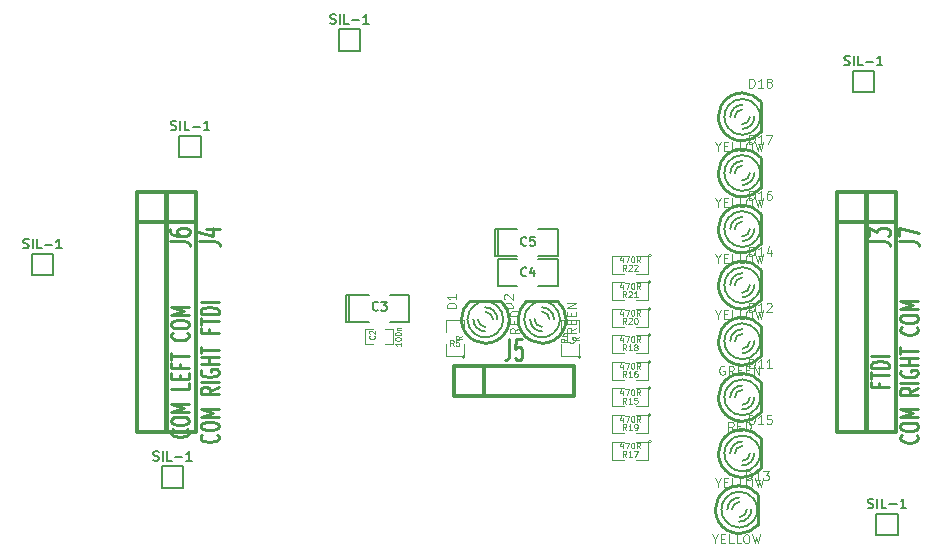
<source format=gto>
G04 (created by PCBNEW (2013-jul-07)-stable) date śro, 10 cze 2015, 22:30:10*
%MOIN*%
G04 Gerber Fmt 3.4, Leading zero omitted, Abs format*
%FSLAX34Y34*%
G01*
G70*
G90*
G04 APERTURE LIST*
%ADD10C,0.00590551*%
%ADD11C,0.005*%
%ADD12C,0.0039*%
%ADD13C,0.0047*%
%ADD14C,0.01*%
%ADD15C,0.006*%
%ADD16C,0.012*%
%ADD17C,0.0043*%
%ADD18C,0.0045*%
%ADD19C,0.0035*%
%ADD20C,0.0107*%
G04 APERTURE END LIST*
G54D10*
G54D11*
X63015Y-35612D02*
X62915Y-35612D01*
X62915Y-35612D02*
X62915Y-36512D01*
X62915Y-36512D02*
X63015Y-36512D01*
X63015Y-35612D02*
X63015Y-36512D01*
X63015Y-36512D02*
X63665Y-36512D01*
X64365Y-35612D02*
X65015Y-35612D01*
X65015Y-35612D02*
X65015Y-36512D01*
X65015Y-36512D02*
X64365Y-36512D01*
X63665Y-35612D02*
X63015Y-35612D01*
X58055Y-37817D02*
X57955Y-37817D01*
X57955Y-37817D02*
X57955Y-38717D01*
X57955Y-38717D02*
X58055Y-38717D01*
X58055Y-37817D02*
X58055Y-38717D01*
X58055Y-38717D02*
X58705Y-38717D01*
X59405Y-37817D02*
X60055Y-37817D01*
X60055Y-37817D02*
X60055Y-38717D01*
X60055Y-38717D02*
X59405Y-38717D01*
X58705Y-37817D02*
X58055Y-37817D01*
G54D12*
X68121Y-40940D02*
G75*
G03X68121Y-40940I-50J0D01*
G74*
G01*
X67621Y-40940D02*
X68021Y-40940D01*
X68021Y-40940D02*
X68021Y-41540D01*
X68021Y-41540D02*
X67621Y-41540D01*
X67221Y-41540D02*
X66821Y-41540D01*
X66821Y-41540D02*
X66821Y-40940D01*
X66821Y-40940D02*
X67221Y-40940D01*
X68121Y-36511D02*
G75*
G03X68121Y-36511I-50J0D01*
G74*
G01*
X67621Y-36511D02*
X68021Y-36511D01*
X68021Y-36511D02*
X68021Y-37111D01*
X68021Y-37111D02*
X67621Y-37111D01*
X67221Y-37111D02*
X66821Y-37111D01*
X66821Y-37111D02*
X66821Y-36511D01*
X66821Y-36511D02*
X67221Y-36511D01*
X68121Y-40054D02*
G75*
G03X68121Y-40054I-50J0D01*
G74*
G01*
X67621Y-40054D02*
X68021Y-40054D01*
X68021Y-40054D02*
X68021Y-40654D01*
X68021Y-40654D02*
X67621Y-40654D01*
X67221Y-40654D02*
X66821Y-40654D01*
X66821Y-40654D02*
X66821Y-40054D01*
X66821Y-40054D02*
X67221Y-40054D01*
X68121Y-42711D02*
G75*
G03X68121Y-42711I-50J0D01*
G74*
G01*
X67621Y-42711D02*
X68021Y-42711D01*
X68021Y-42711D02*
X68021Y-43311D01*
X68021Y-43311D02*
X67621Y-43311D01*
X67221Y-43311D02*
X66821Y-43311D01*
X66821Y-43311D02*
X66821Y-42711D01*
X66821Y-42711D02*
X67221Y-42711D01*
X68121Y-39168D02*
G75*
G03X68121Y-39168I-50J0D01*
G74*
G01*
X67621Y-39168D02*
X68021Y-39168D01*
X68021Y-39168D02*
X68021Y-39768D01*
X68021Y-39768D02*
X67621Y-39768D01*
X67221Y-39768D02*
X66821Y-39768D01*
X66821Y-39768D02*
X66821Y-39168D01*
X66821Y-39168D02*
X67221Y-39168D01*
X68121Y-41825D02*
G75*
G03X68121Y-41825I-50J0D01*
G74*
G01*
X67621Y-41825D02*
X68021Y-41825D01*
X68021Y-41825D02*
X68021Y-42425D01*
X68021Y-42425D02*
X67621Y-42425D01*
X67221Y-42425D02*
X66821Y-42425D01*
X66821Y-42425D02*
X66821Y-41825D01*
X66821Y-41825D02*
X67221Y-41825D01*
X68121Y-38282D02*
G75*
G03X68121Y-38282I-50J0D01*
G74*
G01*
X67621Y-38282D02*
X68021Y-38282D01*
X68021Y-38282D02*
X68021Y-38882D01*
X68021Y-38882D02*
X67621Y-38882D01*
X67221Y-38882D02*
X66821Y-38882D01*
X66821Y-38882D02*
X66821Y-38282D01*
X66821Y-38282D02*
X67221Y-38282D01*
X68121Y-37396D02*
G75*
G03X68121Y-37396I-50J0D01*
G74*
G01*
X67621Y-37396D02*
X68021Y-37396D01*
X68021Y-37396D02*
X68021Y-37996D01*
X68021Y-37996D02*
X67621Y-37996D01*
X67221Y-37996D02*
X66821Y-37996D01*
X66821Y-37996D02*
X66821Y-37396D01*
X66821Y-37396D02*
X67221Y-37396D01*
X61924Y-39901D02*
G75*
G03X61924Y-39901I-50J0D01*
G74*
G01*
X61874Y-39451D02*
X61874Y-39851D01*
X61874Y-39851D02*
X61274Y-39851D01*
X61274Y-39851D02*
X61274Y-39451D01*
X61274Y-39051D02*
X61274Y-38651D01*
X61274Y-38651D02*
X61874Y-38651D01*
X61874Y-38651D02*
X61874Y-39051D01*
X65783Y-39901D02*
G75*
G03X65783Y-39901I-50J0D01*
G74*
G01*
X65733Y-39451D02*
X65733Y-39851D01*
X65733Y-39851D02*
X65133Y-39851D01*
X65133Y-39851D02*
X65133Y-39451D01*
X65133Y-39051D02*
X65133Y-38651D01*
X65133Y-38651D02*
X65733Y-38651D01*
X65733Y-38651D02*
X65733Y-39051D01*
G54D13*
X58858Y-38956D02*
X58583Y-38956D01*
X59252Y-38956D02*
X59527Y-38956D01*
X58858Y-39468D02*
X58583Y-39468D01*
X59527Y-39468D02*
X59252Y-39468D01*
X58583Y-39462D02*
X58583Y-38962D01*
X59527Y-38962D02*
X59527Y-39462D01*
G54D14*
X71782Y-41740D02*
X71782Y-40740D01*
G54D15*
X70702Y-40856D02*
G75*
G03X70562Y-41240I460J-384D01*
G74*
G01*
X70563Y-41240D02*
G75*
G03X70714Y-41638I599J0D01*
G74*
G01*
X71762Y-41240D02*
G75*
G03X71618Y-40850I-599J0D01*
G74*
G01*
X71623Y-41624D02*
G75*
G03X71762Y-41240I-460J384D01*
G74*
G01*
X71650Y-40890D02*
G75*
G03X71162Y-40640I-487J-349D01*
G74*
G01*
X71162Y-40640D02*
G75*
G03X70683Y-40879I0J-600D01*
G74*
G01*
X71162Y-41839D02*
G75*
G03X71635Y-41608I0J599D01*
G74*
G01*
X70689Y-41608D02*
G75*
G03X71162Y-41840I473J368D01*
G74*
G01*
X71162Y-40990D02*
G75*
G03X70912Y-41240I0J-250D01*
G74*
G01*
X71162Y-40840D02*
G75*
G03X70762Y-41240I0J-400D01*
G74*
G01*
X71162Y-41490D02*
G75*
G03X71412Y-41240I0J250D01*
G74*
G01*
X71162Y-41640D02*
G75*
G03X71562Y-41240I0J400D01*
G74*
G01*
G54D14*
X71776Y-40726D02*
G75*
G03X71162Y-40440I-613J-513D01*
G74*
G01*
X71162Y-40441D02*
G75*
G03X70458Y-40863I0J-799D01*
G74*
G01*
X71164Y-42039D02*
G75*
G03X71773Y-41755I-1J798D01*
G74*
G01*
X70468Y-41637D02*
G75*
G03X71162Y-42040I694J397D01*
G74*
G01*
X70458Y-40860D02*
G75*
G03X70362Y-41240I704J-379D01*
G74*
G01*
X70363Y-41240D02*
G75*
G03X70481Y-41659I799J0D01*
G74*
G01*
X71782Y-39870D02*
X71782Y-38870D01*
G54D15*
X70702Y-38986D02*
G75*
G03X70562Y-39370I460J-384D01*
G74*
G01*
X70563Y-39370D02*
G75*
G03X70714Y-39767I599J0D01*
G74*
G01*
X71762Y-39370D02*
G75*
G03X71618Y-38980I-599J0D01*
G74*
G01*
X71623Y-39754D02*
G75*
G03X71762Y-39370I-460J384D01*
G74*
G01*
X71650Y-39020D02*
G75*
G03X71162Y-38770I-487J-349D01*
G74*
G01*
X71162Y-38770D02*
G75*
G03X70683Y-39009I0J-600D01*
G74*
G01*
X71162Y-39969D02*
G75*
G03X71635Y-39738I0J599D01*
G74*
G01*
X70689Y-39738D02*
G75*
G03X71162Y-39970I473J368D01*
G74*
G01*
X71162Y-39120D02*
G75*
G03X70912Y-39370I0J-250D01*
G74*
G01*
X71162Y-38970D02*
G75*
G03X70762Y-39370I0J-400D01*
G74*
G01*
X71162Y-39620D02*
G75*
G03X71412Y-39370I0J250D01*
G74*
G01*
X71162Y-39770D02*
G75*
G03X71562Y-39370I0J400D01*
G74*
G01*
G54D14*
X71776Y-38856D02*
G75*
G03X71162Y-38570I-613J-513D01*
G74*
G01*
X71162Y-38571D02*
G75*
G03X70458Y-38993I0J-799D01*
G74*
G01*
X71164Y-40169D02*
G75*
G03X71773Y-39885I-1J798D01*
G74*
G01*
X70468Y-39767D02*
G75*
G03X71162Y-40170I694J397D01*
G74*
G01*
X70458Y-38990D02*
G75*
G03X70362Y-39370I704J-379D01*
G74*
G01*
X70363Y-39370D02*
G75*
G03X70481Y-39789I799J0D01*
G74*
G01*
X71684Y-45480D02*
X71684Y-44480D01*
G54D15*
X70603Y-44596D02*
G75*
G03X70464Y-44980I460J-384D01*
G74*
G01*
X70465Y-44980D02*
G75*
G03X70616Y-45378I599J0D01*
G74*
G01*
X71663Y-44980D02*
G75*
G03X71519Y-44590I-599J0D01*
G74*
G01*
X71525Y-45364D02*
G75*
G03X71664Y-44980I-460J384D01*
G74*
G01*
X71552Y-44631D02*
G75*
G03X71064Y-44380I-487J-349D01*
G74*
G01*
X71064Y-44380D02*
G75*
G03X70584Y-44620I0J-600D01*
G74*
G01*
X71064Y-45579D02*
G75*
G03X71537Y-45348I0J599D01*
G74*
G01*
X70591Y-45348D02*
G75*
G03X71064Y-45580I473J368D01*
G74*
G01*
X71064Y-44730D02*
G75*
G03X70814Y-44980I0J-250D01*
G74*
G01*
X71064Y-44580D02*
G75*
G03X70664Y-44980I0J-400D01*
G74*
G01*
X71064Y-45230D02*
G75*
G03X71314Y-44980I0J250D01*
G74*
G01*
X71064Y-45380D02*
G75*
G03X71464Y-44980I0J400D01*
G74*
G01*
G54D14*
X71678Y-44467D02*
G75*
G03X71064Y-44180I-613J-513D01*
G74*
G01*
X71064Y-44181D02*
G75*
G03X70359Y-44603I0J-799D01*
G74*
G01*
X71065Y-45779D02*
G75*
G03X71674Y-45496I-1J798D01*
G74*
G01*
X70370Y-45377D02*
G75*
G03X71064Y-45780I694J397D01*
G74*
G01*
X70360Y-44601D02*
G75*
G03X70264Y-44980I704J-379D01*
G74*
G01*
X70264Y-44980D02*
G75*
G03X70383Y-45399I799J0D01*
G74*
G01*
X71782Y-38000D02*
X71782Y-37000D01*
G54D15*
X70702Y-37115D02*
G75*
G03X70562Y-37500I460J-384D01*
G74*
G01*
X70563Y-37500D02*
G75*
G03X70714Y-37897I599J0D01*
G74*
G01*
X71762Y-37500D02*
G75*
G03X71618Y-37110I-599J0D01*
G74*
G01*
X71623Y-37884D02*
G75*
G03X71762Y-37500I-460J384D01*
G74*
G01*
X71650Y-37150D02*
G75*
G03X71162Y-36900I-487J-349D01*
G74*
G01*
X71162Y-36900D02*
G75*
G03X70683Y-37139I0J-600D01*
G74*
G01*
X71162Y-38099D02*
G75*
G03X71635Y-37868I0J599D01*
G74*
G01*
X70689Y-37868D02*
G75*
G03X71162Y-38100I473J368D01*
G74*
G01*
X71162Y-37250D02*
G75*
G03X70912Y-37500I0J-250D01*
G74*
G01*
X71162Y-37100D02*
G75*
G03X70762Y-37500I0J-400D01*
G74*
G01*
X71162Y-37750D02*
G75*
G03X71412Y-37500I0J250D01*
G74*
G01*
X71162Y-37900D02*
G75*
G03X71562Y-37500I0J400D01*
G74*
G01*
G54D14*
X71776Y-36986D02*
G75*
G03X71162Y-36700I-613J-513D01*
G74*
G01*
X71162Y-36701D02*
G75*
G03X70458Y-37123I0J-799D01*
G74*
G01*
X71164Y-38298D02*
G75*
G03X71773Y-38015I-1J798D01*
G74*
G01*
X70468Y-37897D02*
G75*
G03X71162Y-38300I694J397D01*
G74*
G01*
X70458Y-37120D02*
G75*
G03X70362Y-37500I704J-379D01*
G74*
G01*
X70363Y-37500D02*
G75*
G03X70481Y-37918I799J0D01*
G74*
G01*
X71782Y-43610D02*
X71782Y-42610D01*
G54D15*
X70702Y-42726D02*
G75*
G03X70562Y-43110I460J-384D01*
G74*
G01*
X70563Y-43110D02*
G75*
G03X70714Y-43508I599J0D01*
G74*
G01*
X71762Y-43110D02*
G75*
G03X71618Y-42720I-599J0D01*
G74*
G01*
X71623Y-43494D02*
G75*
G03X71762Y-43110I-460J384D01*
G74*
G01*
X71650Y-42760D02*
G75*
G03X71162Y-42510I-487J-349D01*
G74*
G01*
X71162Y-42510D02*
G75*
G03X70683Y-42749I0J-600D01*
G74*
G01*
X71162Y-43709D02*
G75*
G03X71635Y-43478I0J599D01*
G74*
G01*
X70689Y-43478D02*
G75*
G03X71162Y-43710I473J368D01*
G74*
G01*
X71162Y-42860D02*
G75*
G03X70912Y-43110I0J-250D01*
G74*
G01*
X71162Y-42710D02*
G75*
G03X70762Y-43110I0J-400D01*
G74*
G01*
X71162Y-43360D02*
G75*
G03X71412Y-43110I0J250D01*
G74*
G01*
X71162Y-43510D02*
G75*
G03X71562Y-43110I0J400D01*
G74*
G01*
G54D14*
X71776Y-42597D02*
G75*
G03X71162Y-42310I-613J-513D01*
G74*
G01*
X71162Y-42311D02*
G75*
G03X70458Y-42733I0J-799D01*
G74*
G01*
X71164Y-43909D02*
G75*
G03X71773Y-43625I-1J798D01*
G74*
G01*
X70468Y-43507D02*
G75*
G03X71162Y-43910I694J397D01*
G74*
G01*
X70458Y-42730D02*
G75*
G03X70362Y-43110I704J-379D01*
G74*
G01*
X70363Y-43110D02*
G75*
G03X70481Y-43529I799J0D01*
G74*
G01*
X71782Y-36129D02*
X71782Y-35129D01*
G54D15*
X70702Y-35245D02*
G75*
G03X70562Y-35629I460J-384D01*
G74*
G01*
X70563Y-35629D02*
G75*
G03X70714Y-36027I599J0D01*
G74*
G01*
X71762Y-35629D02*
G75*
G03X71618Y-35239I-599J0D01*
G74*
G01*
X71623Y-36013D02*
G75*
G03X71762Y-35629I-460J384D01*
G74*
G01*
X71650Y-35280D02*
G75*
G03X71162Y-35029I-487J-349D01*
G74*
G01*
X71162Y-35029D02*
G75*
G03X70683Y-35269I0J-600D01*
G74*
G01*
X71162Y-36229D02*
G75*
G03X71635Y-35998I0J599D01*
G74*
G01*
X70689Y-35998D02*
G75*
G03X71162Y-36229I473J368D01*
G74*
G01*
X71162Y-35379D02*
G75*
G03X70912Y-35629I0J-250D01*
G74*
G01*
X71162Y-35229D02*
G75*
G03X70762Y-35629I0J-400D01*
G74*
G01*
X71162Y-35879D02*
G75*
G03X71412Y-35629I0J250D01*
G74*
G01*
X71162Y-36029D02*
G75*
G03X71562Y-35629I0J400D01*
G74*
G01*
G54D14*
X71776Y-35116D02*
G75*
G03X71162Y-34829I-613J-513D01*
G74*
G01*
X71162Y-34830D02*
G75*
G03X70458Y-35253I0J-799D01*
G74*
G01*
X71164Y-36428D02*
G75*
G03X71773Y-36145I-1J798D01*
G74*
G01*
X70468Y-36027D02*
G75*
G03X71162Y-36429I694J397D01*
G74*
G01*
X70458Y-35250D02*
G75*
G03X70362Y-35629I704J-379D01*
G74*
G01*
X70363Y-35629D02*
G75*
G03X70481Y-36048I799J0D01*
G74*
G01*
X71782Y-34259D02*
X71782Y-33259D01*
G54D15*
X70702Y-33375D02*
G75*
G03X70562Y-33759I460J-384D01*
G74*
G01*
X70563Y-33759D02*
G75*
G03X70714Y-34157I599J0D01*
G74*
G01*
X71762Y-33759D02*
G75*
G03X71618Y-33369I-599J0D01*
G74*
G01*
X71623Y-34143D02*
G75*
G03X71762Y-33759I-460J384D01*
G74*
G01*
X71650Y-33410D02*
G75*
G03X71162Y-33159I-487J-349D01*
G74*
G01*
X71162Y-33159D02*
G75*
G03X70683Y-33399I0J-600D01*
G74*
G01*
X71162Y-34359D02*
G75*
G03X71635Y-34127I0J599D01*
G74*
G01*
X70689Y-34128D02*
G75*
G03X71162Y-34359I473J368D01*
G74*
G01*
X71162Y-33509D02*
G75*
G03X70912Y-33759I0J-250D01*
G74*
G01*
X71162Y-33359D02*
G75*
G03X70762Y-33759I0J-400D01*
G74*
G01*
X71162Y-34009D02*
G75*
G03X71412Y-33759I0J250D01*
G74*
G01*
X71162Y-34159D02*
G75*
G03X71562Y-33759I0J400D01*
G74*
G01*
G54D14*
X71776Y-33246D02*
G75*
G03X71162Y-32959I-613J-513D01*
G74*
G01*
X71162Y-32960D02*
G75*
G03X70458Y-33383I0J-799D01*
G74*
G01*
X71164Y-34558D02*
G75*
G03X71773Y-34275I-1J798D01*
G74*
G01*
X70468Y-34157D02*
G75*
G03X71162Y-34559I694J397D01*
G74*
G01*
X70458Y-33380D02*
G75*
G03X70362Y-33759I704J-379D01*
G74*
G01*
X70363Y-33759D02*
G75*
G03X70481Y-34178I799J0D01*
G74*
G01*
X71782Y-32389D02*
X71782Y-31389D01*
G54D15*
X70702Y-31505D02*
G75*
G03X70562Y-31889I460J-384D01*
G74*
G01*
X70563Y-31889D02*
G75*
G03X70714Y-32287I599J0D01*
G74*
G01*
X71762Y-31889D02*
G75*
G03X71618Y-31499I-599J0D01*
G74*
G01*
X71623Y-32273D02*
G75*
G03X71762Y-31889I-460J384D01*
G74*
G01*
X71650Y-31540D02*
G75*
G03X71162Y-31289I-487J-349D01*
G74*
G01*
X71162Y-31289D02*
G75*
G03X70683Y-31529I0J-600D01*
G74*
G01*
X71162Y-32489D02*
G75*
G03X71635Y-32257I0J599D01*
G74*
G01*
X70689Y-32258D02*
G75*
G03X71162Y-32489I473J368D01*
G74*
G01*
X71162Y-31639D02*
G75*
G03X70912Y-31889I0J-250D01*
G74*
G01*
X71162Y-31489D02*
G75*
G03X70762Y-31889I0J-400D01*
G74*
G01*
X71162Y-32139D02*
G75*
G03X71412Y-31889I0J250D01*
G74*
G01*
X71162Y-32289D02*
G75*
G03X71562Y-31889I0J400D01*
G74*
G01*
G54D14*
X71776Y-31376D02*
G75*
G03X71162Y-31089I-613J-513D01*
G74*
G01*
X71162Y-31090D02*
G75*
G03X70458Y-31513I0J-799D01*
G74*
G01*
X71164Y-32688D02*
G75*
G03X71773Y-32405I-1J798D01*
G74*
G01*
X70468Y-32287D02*
G75*
G03X71162Y-32689I694J397D01*
G74*
G01*
X70458Y-31510D02*
G75*
G03X70362Y-31889I704J-379D01*
G74*
G01*
X70363Y-31889D02*
G75*
G03X70481Y-32308I799J0D01*
G74*
G01*
G54D16*
X75303Y-34385D02*
X75303Y-42385D01*
X75303Y-42385D02*
X74303Y-42385D01*
X74303Y-42385D02*
X74303Y-34385D01*
X74303Y-34385D02*
X75303Y-34385D01*
X74303Y-35385D02*
X75303Y-35385D01*
X51976Y-34385D02*
X51976Y-42385D01*
X51976Y-42385D02*
X50976Y-42385D01*
X50976Y-42385D02*
X50976Y-34385D01*
X50976Y-34385D02*
X51976Y-34385D01*
X50976Y-35385D02*
X51976Y-35385D01*
X76287Y-34385D02*
X76287Y-42385D01*
X76287Y-42385D02*
X75287Y-42385D01*
X75287Y-42385D02*
X75287Y-34385D01*
X75287Y-34385D02*
X76287Y-34385D01*
X75287Y-35385D02*
X76287Y-35385D01*
X61543Y-40208D02*
X61543Y-40208D01*
X61543Y-41208D02*
X61543Y-40208D01*
X61543Y-40208D02*
X61543Y-40208D01*
X61543Y-40208D02*
X65543Y-40208D01*
X65543Y-40208D02*
X65543Y-41208D01*
X65543Y-41208D02*
X61543Y-41208D01*
X62543Y-41208D02*
X62543Y-40208D01*
X52960Y-34385D02*
X52960Y-42385D01*
X52960Y-42385D02*
X51960Y-42385D01*
X51960Y-42385D02*
X51960Y-34385D01*
X51960Y-34385D02*
X52960Y-34385D01*
X51960Y-35385D02*
X52960Y-35385D01*
G54D11*
X63015Y-36636D02*
X63015Y-37536D01*
X63015Y-37536D02*
X63665Y-37536D01*
X64365Y-36636D02*
X65015Y-36636D01*
X65015Y-36636D02*
X65015Y-37536D01*
X65015Y-37536D02*
X64365Y-37536D01*
X63665Y-36636D02*
X63015Y-36636D01*
G54D14*
X64988Y-38020D02*
X63988Y-38020D01*
G54D15*
X64104Y-39101D02*
G75*
G03X64488Y-39240I384J460D01*
G74*
G01*
X64488Y-39239D02*
G75*
G03X64886Y-39088I0J599D01*
G74*
G01*
X64488Y-38040D02*
G75*
G03X64098Y-38185I0J-599D01*
G74*
G01*
X64872Y-38179D02*
G75*
G03X64488Y-38040I-384J-460D01*
G74*
G01*
X64138Y-38152D02*
G75*
G03X63888Y-38640I349J-487D01*
G74*
G01*
X63888Y-38640D02*
G75*
G03X64127Y-39119I600J0D01*
G74*
G01*
X65087Y-38640D02*
G75*
G03X64856Y-38167I-599J0D01*
G74*
G01*
X64856Y-39113D02*
G75*
G03X65088Y-38640I-368J473D01*
G74*
G01*
X64238Y-38640D02*
G75*
G03X64488Y-38890I250J0D01*
G74*
G01*
X64088Y-38640D02*
G75*
G03X64488Y-39040I400J0D01*
G74*
G01*
X64738Y-38640D02*
G75*
G03X64488Y-38390I-250J0D01*
G74*
G01*
X64888Y-38640D02*
G75*
G03X64488Y-38240I-400J0D01*
G74*
G01*
G54D14*
X63975Y-38026D02*
G75*
G03X63688Y-38640I513J-613D01*
G74*
G01*
X63689Y-38640D02*
G75*
G03X64111Y-39344I799J0D01*
G74*
G01*
X65287Y-38638D02*
G75*
G03X65003Y-38029I-798J-1D01*
G74*
G01*
X64885Y-39334D02*
G75*
G03X65288Y-38640I-397J694D01*
G74*
G01*
X64108Y-39344D02*
G75*
G03X64488Y-39440I379J704D01*
G74*
G01*
X64488Y-39439D02*
G75*
G03X64907Y-39321I0J799D01*
G74*
G01*
X63098Y-38020D02*
X62098Y-38020D01*
G54D15*
X62214Y-39101D02*
G75*
G03X62598Y-39240I384J460D01*
G74*
G01*
X62598Y-39239D02*
G75*
G03X62996Y-39088I0J599D01*
G74*
G01*
X62598Y-38040D02*
G75*
G03X62208Y-38185I0J-599D01*
G74*
G01*
X62982Y-38179D02*
G75*
G03X62598Y-38040I-384J-460D01*
G74*
G01*
X62249Y-38152D02*
G75*
G03X61998Y-38640I349J-487D01*
G74*
G01*
X61998Y-38640D02*
G75*
G03X62238Y-39119I600J0D01*
G74*
G01*
X63197Y-38640D02*
G75*
G03X62966Y-38167I-599J0D01*
G74*
G01*
X62966Y-39113D02*
G75*
G03X63198Y-38640I-368J473D01*
G74*
G01*
X62348Y-38640D02*
G75*
G03X62598Y-38890I250J0D01*
G74*
G01*
X62198Y-38640D02*
G75*
G03X62598Y-39040I400J0D01*
G74*
G01*
X62848Y-38640D02*
G75*
G03X62598Y-38390I-250J0D01*
G74*
G01*
X62998Y-38640D02*
G75*
G03X62598Y-38240I-400J0D01*
G74*
G01*
G54D14*
X62085Y-38026D02*
G75*
G03X61798Y-38640I513J-613D01*
G74*
G01*
X61799Y-38640D02*
G75*
G03X62222Y-39344I799J0D01*
G74*
G01*
X63397Y-38638D02*
G75*
G03X63114Y-38029I-798J-1D01*
G74*
G01*
X62996Y-39334D02*
G75*
G03X63398Y-38640I-397J694D01*
G74*
G01*
X62219Y-39344D02*
G75*
G03X62598Y-39440I379J704D01*
G74*
G01*
X62598Y-39439D02*
G75*
G03X63017Y-39321I0J799D01*
G74*
G01*
G54D10*
X52401Y-32519D02*
X53110Y-32519D01*
X53110Y-32519D02*
X53110Y-33228D01*
X53110Y-33228D02*
X52401Y-33228D01*
X52401Y-33228D02*
X52401Y-32519D01*
X51811Y-43543D02*
X52519Y-43543D01*
X52519Y-43543D02*
X52519Y-44251D01*
X52519Y-44251D02*
X51811Y-44251D01*
X51811Y-44251D02*
X51811Y-43543D01*
X57716Y-28976D02*
X58425Y-28976D01*
X58425Y-28976D02*
X58425Y-29685D01*
X58425Y-29685D02*
X57716Y-29685D01*
X57716Y-29685D02*
X57716Y-28976D01*
X47480Y-36456D02*
X48188Y-36456D01*
X48188Y-36456D02*
X48188Y-37165D01*
X48188Y-37165D02*
X47480Y-37165D01*
X47480Y-37165D02*
X47480Y-36456D01*
X75629Y-45118D02*
X76338Y-45118D01*
X76338Y-45118D02*
X76338Y-45826D01*
X76338Y-45826D02*
X75629Y-45826D01*
X75629Y-45826D02*
X75629Y-45118D01*
X74842Y-30354D02*
X75551Y-30354D01*
X75551Y-30354D02*
X75551Y-31062D01*
X75551Y-31062D02*
X74842Y-31062D01*
X74842Y-31062D02*
X74842Y-30354D01*
G54D11*
X63965Y-36155D02*
X63951Y-36170D01*
X63908Y-36184D01*
X63880Y-36184D01*
X63837Y-36170D01*
X63808Y-36141D01*
X63794Y-36112D01*
X63780Y-36055D01*
X63780Y-36012D01*
X63794Y-35955D01*
X63808Y-35927D01*
X63837Y-35898D01*
X63880Y-35884D01*
X63908Y-35884D01*
X63951Y-35898D01*
X63965Y-35912D01*
X64237Y-35884D02*
X64094Y-35884D01*
X64080Y-36027D01*
X64094Y-36012D01*
X64122Y-35998D01*
X64194Y-35998D01*
X64222Y-36012D01*
X64237Y-36027D01*
X64251Y-36055D01*
X64251Y-36127D01*
X64237Y-36155D01*
X64222Y-36170D01*
X64194Y-36184D01*
X64122Y-36184D01*
X64094Y-36170D01*
X64080Y-36155D01*
X59023Y-38317D02*
X59008Y-38331D01*
X58966Y-38345D01*
X58937Y-38345D01*
X58894Y-38331D01*
X58866Y-38302D01*
X58851Y-38274D01*
X58837Y-38217D01*
X58837Y-38174D01*
X58851Y-38117D01*
X58866Y-38088D01*
X58894Y-38060D01*
X58937Y-38045D01*
X58966Y-38045D01*
X59008Y-38060D01*
X59023Y-38074D01*
X59123Y-38045D02*
X59308Y-38045D01*
X59208Y-38160D01*
X59251Y-38160D01*
X59280Y-38174D01*
X59294Y-38188D01*
X59308Y-38217D01*
X59308Y-38288D01*
X59294Y-38317D01*
X59280Y-38331D01*
X59251Y-38345D01*
X59166Y-38345D01*
X59137Y-38331D01*
X59123Y-38317D01*
G54D17*
X67294Y-41444D02*
X67228Y-41351D01*
X67182Y-41444D02*
X67182Y-41247D01*
X67257Y-41247D01*
X67275Y-41257D01*
X67285Y-41266D01*
X67294Y-41285D01*
X67294Y-41313D01*
X67285Y-41332D01*
X67275Y-41341D01*
X67257Y-41351D01*
X67182Y-41351D01*
X67482Y-41444D02*
X67369Y-41444D01*
X67425Y-41444D02*
X67425Y-41247D01*
X67407Y-41276D01*
X67388Y-41294D01*
X67369Y-41304D01*
X67660Y-41247D02*
X67566Y-41247D01*
X67557Y-41341D01*
X67566Y-41332D01*
X67585Y-41322D01*
X67632Y-41322D01*
X67651Y-41332D01*
X67660Y-41341D01*
X67669Y-41360D01*
X67669Y-41407D01*
X67660Y-41426D01*
X67651Y-41435D01*
X67632Y-41444D01*
X67585Y-41444D01*
X67566Y-41435D01*
X67557Y-41426D01*
X67172Y-41038D02*
X67172Y-41169D01*
X67125Y-40963D02*
X67078Y-41104D01*
X67200Y-41104D01*
X67257Y-40972D02*
X67388Y-40972D01*
X67303Y-41169D01*
X67500Y-40972D02*
X67519Y-40972D01*
X67538Y-40982D01*
X67547Y-40991D01*
X67557Y-41010D01*
X67566Y-41047D01*
X67566Y-41094D01*
X67557Y-41132D01*
X67547Y-41151D01*
X67538Y-41160D01*
X67519Y-41169D01*
X67500Y-41169D01*
X67482Y-41160D01*
X67472Y-41151D01*
X67463Y-41132D01*
X67454Y-41094D01*
X67454Y-41047D01*
X67463Y-41010D01*
X67472Y-40991D01*
X67482Y-40982D01*
X67500Y-40972D01*
X67763Y-41169D02*
X67697Y-41076D01*
X67651Y-41169D02*
X67651Y-40972D01*
X67726Y-40972D01*
X67744Y-40982D01*
X67754Y-40991D01*
X67763Y-41010D01*
X67763Y-41038D01*
X67754Y-41057D01*
X67744Y-41066D01*
X67726Y-41076D01*
X67651Y-41076D01*
X67294Y-37015D02*
X67228Y-36921D01*
X67182Y-37015D02*
X67182Y-36818D01*
X67257Y-36818D01*
X67275Y-36828D01*
X67285Y-36837D01*
X67294Y-36856D01*
X67294Y-36884D01*
X67285Y-36903D01*
X67275Y-36912D01*
X67257Y-36921D01*
X67182Y-36921D01*
X67369Y-36837D02*
X67379Y-36828D01*
X67397Y-36818D01*
X67444Y-36818D01*
X67463Y-36828D01*
X67472Y-36837D01*
X67482Y-36856D01*
X67482Y-36875D01*
X67472Y-36903D01*
X67360Y-37015D01*
X67482Y-37015D01*
X67557Y-36837D02*
X67566Y-36828D01*
X67585Y-36818D01*
X67632Y-36818D01*
X67651Y-36828D01*
X67660Y-36837D01*
X67669Y-36856D01*
X67669Y-36875D01*
X67660Y-36903D01*
X67547Y-37015D01*
X67669Y-37015D01*
X67172Y-36609D02*
X67172Y-36740D01*
X67125Y-36534D02*
X67078Y-36675D01*
X67200Y-36675D01*
X67257Y-36543D02*
X67388Y-36543D01*
X67303Y-36740D01*
X67500Y-36543D02*
X67519Y-36543D01*
X67538Y-36553D01*
X67547Y-36562D01*
X67557Y-36581D01*
X67566Y-36618D01*
X67566Y-36665D01*
X67557Y-36703D01*
X67547Y-36722D01*
X67538Y-36731D01*
X67519Y-36740D01*
X67500Y-36740D01*
X67482Y-36731D01*
X67472Y-36722D01*
X67463Y-36703D01*
X67454Y-36665D01*
X67454Y-36618D01*
X67463Y-36581D01*
X67472Y-36562D01*
X67482Y-36553D01*
X67500Y-36543D01*
X67763Y-36740D02*
X67697Y-36646D01*
X67651Y-36740D02*
X67651Y-36543D01*
X67726Y-36543D01*
X67744Y-36553D01*
X67754Y-36562D01*
X67763Y-36581D01*
X67763Y-36609D01*
X67754Y-36628D01*
X67744Y-36637D01*
X67726Y-36646D01*
X67651Y-36646D01*
X67294Y-40559D02*
X67228Y-40465D01*
X67182Y-40559D02*
X67182Y-40362D01*
X67257Y-40362D01*
X67275Y-40371D01*
X67285Y-40380D01*
X67294Y-40399D01*
X67294Y-40427D01*
X67285Y-40446D01*
X67275Y-40455D01*
X67257Y-40465D01*
X67182Y-40465D01*
X67482Y-40559D02*
X67369Y-40559D01*
X67425Y-40559D02*
X67425Y-40362D01*
X67407Y-40390D01*
X67388Y-40408D01*
X67369Y-40418D01*
X67651Y-40362D02*
X67613Y-40362D01*
X67594Y-40371D01*
X67585Y-40380D01*
X67566Y-40408D01*
X67557Y-40446D01*
X67557Y-40521D01*
X67566Y-40540D01*
X67576Y-40549D01*
X67594Y-40559D01*
X67632Y-40559D01*
X67651Y-40549D01*
X67660Y-40540D01*
X67669Y-40521D01*
X67669Y-40474D01*
X67660Y-40455D01*
X67651Y-40446D01*
X67632Y-40437D01*
X67594Y-40437D01*
X67576Y-40446D01*
X67566Y-40455D01*
X67557Y-40474D01*
X67172Y-40152D02*
X67172Y-40284D01*
X67125Y-40077D02*
X67078Y-40218D01*
X67200Y-40218D01*
X67257Y-40087D02*
X67388Y-40087D01*
X67303Y-40284D01*
X67500Y-40087D02*
X67519Y-40087D01*
X67538Y-40096D01*
X67547Y-40105D01*
X67557Y-40124D01*
X67566Y-40162D01*
X67566Y-40209D01*
X67557Y-40246D01*
X67547Y-40265D01*
X67538Y-40274D01*
X67519Y-40284D01*
X67500Y-40284D01*
X67482Y-40274D01*
X67472Y-40265D01*
X67463Y-40246D01*
X67454Y-40209D01*
X67454Y-40162D01*
X67463Y-40124D01*
X67472Y-40105D01*
X67482Y-40096D01*
X67500Y-40087D01*
X67763Y-40284D02*
X67697Y-40190D01*
X67651Y-40284D02*
X67651Y-40087D01*
X67726Y-40087D01*
X67744Y-40096D01*
X67754Y-40105D01*
X67763Y-40124D01*
X67763Y-40152D01*
X67754Y-40171D01*
X67744Y-40180D01*
X67726Y-40190D01*
X67651Y-40190D01*
X67294Y-43216D02*
X67228Y-43122D01*
X67182Y-43216D02*
X67182Y-43019D01*
X67257Y-43019D01*
X67275Y-43028D01*
X67285Y-43038D01*
X67294Y-43057D01*
X67294Y-43085D01*
X67285Y-43103D01*
X67275Y-43113D01*
X67257Y-43122D01*
X67182Y-43122D01*
X67482Y-43216D02*
X67369Y-43216D01*
X67425Y-43216D02*
X67425Y-43019D01*
X67407Y-43047D01*
X67388Y-43066D01*
X67369Y-43075D01*
X67547Y-43019D02*
X67679Y-43019D01*
X67594Y-43216D01*
X67172Y-42810D02*
X67172Y-42941D01*
X67125Y-42735D02*
X67078Y-42875D01*
X67200Y-42875D01*
X67257Y-42744D02*
X67388Y-42744D01*
X67303Y-42941D01*
X67500Y-42744D02*
X67519Y-42744D01*
X67538Y-42753D01*
X67547Y-42763D01*
X67557Y-42782D01*
X67566Y-42819D01*
X67566Y-42866D01*
X67557Y-42904D01*
X67547Y-42922D01*
X67538Y-42932D01*
X67519Y-42941D01*
X67500Y-42941D01*
X67482Y-42932D01*
X67472Y-42922D01*
X67463Y-42904D01*
X67454Y-42866D01*
X67454Y-42819D01*
X67463Y-42782D01*
X67472Y-42763D01*
X67482Y-42753D01*
X67500Y-42744D01*
X67763Y-42941D02*
X67697Y-42847D01*
X67651Y-42941D02*
X67651Y-42744D01*
X67726Y-42744D01*
X67744Y-42753D01*
X67754Y-42763D01*
X67763Y-42782D01*
X67763Y-42810D01*
X67754Y-42828D01*
X67744Y-42838D01*
X67726Y-42847D01*
X67651Y-42847D01*
X67294Y-39673D02*
X67228Y-39579D01*
X67182Y-39673D02*
X67182Y-39476D01*
X67257Y-39476D01*
X67275Y-39485D01*
X67285Y-39495D01*
X67294Y-39513D01*
X67294Y-39541D01*
X67285Y-39560D01*
X67275Y-39570D01*
X67257Y-39579D01*
X67182Y-39579D01*
X67482Y-39673D02*
X67369Y-39673D01*
X67425Y-39673D02*
X67425Y-39476D01*
X67407Y-39504D01*
X67388Y-39523D01*
X67369Y-39532D01*
X67594Y-39560D02*
X67576Y-39551D01*
X67566Y-39541D01*
X67557Y-39523D01*
X67557Y-39513D01*
X67566Y-39495D01*
X67576Y-39485D01*
X67594Y-39476D01*
X67632Y-39476D01*
X67651Y-39485D01*
X67660Y-39495D01*
X67669Y-39513D01*
X67669Y-39523D01*
X67660Y-39541D01*
X67651Y-39551D01*
X67632Y-39560D01*
X67594Y-39560D01*
X67576Y-39570D01*
X67566Y-39579D01*
X67557Y-39598D01*
X67557Y-39635D01*
X67566Y-39654D01*
X67576Y-39663D01*
X67594Y-39673D01*
X67632Y-39673D01*
X67651Y-39663D01*
X67660Y-39654D01*
X67669Y-39635D01*
X67669Y-39598D01*
X67660Y-39579D01*
X67651Y-39570D01*
X67632Y-39560D01*
X67172Y-39266D02*
X67172Y-39398D01*
X67125Y-39191D02*
X67078Y-39332D01*
X67200Y-39332D01*
X67257Y-39201D02*
X67388Y-39201D01*
X67303Y-39398D01*
X67500Y-39201D02*
X67519Y-39201D01*
X67538Y-39210D01*
X67547Y-39220D01*
X67557Y-39238D01*
X67566Y-39276D01*
X67566Y-39323D01*
X67557Y-39360D01*
X67547Y-39379D01*
X67538Y-39388D01*
X67519Y-39398D01*
X67500Y-39398D01*
X67482Y-39388D01*
X67472Y-39379D01*
X67463Y-39360D01*
X67454Y-39323D01*
X67454Y-39276D01*
X67463Y-39238D01*
X67472Y-39220D01*
X67482Y-39210D01*
X67500Y-39201D01*
X67763Y-39398D02*
X67697Y-39304D01*
X67651Y-39398D02*
X67651Y-39201D01*
X67726Y-39201D01*
X67744Y-39210D01*
X67754Y-39220D01*
X67763Y-39238D01*
X67763Y-39266D01*
X67754Y-39285D01*
X67744Y-39295D01*
X67726Y-39304D01*
X67651Y-39304D01*
X67294Y-42330D02*
X67228Y-42236D01*
X67182Y-42330D02*
X67182Y-42133D01*
X67257Y-42133D01*
X67275Y-42143D01*
X67285Y-42152D01*
X67294Y-42171D01*
X67294Y-42199D01*
X67285Y-42218D01*
X67275Y-42227D01*
X67257Y-42236D01*
X67182Y-42236D01*
X67482Y-42330D02*
X67369Y-42330D01*
X67425Y-42330D02*
X67425Y-42133D01*
X67407Y-42161D01*
X67388Y-42180D01*
X67369Y-42190D01*
X67576Y-42330D02*
X67613Y-42330D01*
X67632Y-42321D01*
X67641Y-42311D01*
X67660Y-42283D01*
X67669Y-42246D01*
X67669Y-42171D01*
X67660Y-42152D01*
X67651Y-42143D01*
X67632Y-42133D01*
X67594Y-42133D01*
X67576Y-42143D01*
X67566Y-42152D01*
X67557Y-42171D01*
X67557Y-42218D01*
X67566Y-42236D01*
X67576Y-42246D01*
X67594Y-42255D01*
X67632Y-42255D01*
X67651Y-42246D01*
X67660Y-42236D01*
X67669Y-42218D01*
X67172Y-41924D02*
X67172Y-42055D01*
X67125Y-41849D02*
X67078Y-41990D01*
X67200Y-41990D01*
X67257Y-41858D02*
X67388Y-41858D01*
X67303Y-42055D01*
X67500Y-41858D02*
X67519Y-41858D01*
X67538Y-41868D01*
X67547Y-41877D01*
X67557Y-41896D01*
X67566Y-41933D01*
X67566Y-41980D01*
X67557Y-42018D01*
X67547Y-42036D01*
X67538Y-42046D01*
X67519Y-42055D01*
X67500Y-42055D01*
X67482Y-42046D01*
X67472Y-42036D01*
X67463Y-42018D01*
X67454Y-41980D01*
X67454Y-41933D01*
X67463Y-41896D01*
X67472Y-41877D01*
X67482Y-41868D01*
X67500Y-41858D01*
X67763Y-42055D02*
X67697Y-41961D01*
X67651Y-42055D02*
X67651Y-41858D01*
X67726Y-41858D01*
X67744Y-41868D01*
X67754Y-41877D01*
X67763Y-41896D01*
X67763Y-41924D01*
X67754Y-41943D01*
X67744Y-41952D01*
X67726Y-41961D01*
X67651Y-41961D01*
X67294Y-38787D02*
X67228Y-38693D01*
X67182Y-38787D02*
X67182Y-38590D01*
X67257Y-38590D01*
X67275Y-38599D01*
X67285Y-38609D01*
X67294Y-38627D01*
X67294Y-38656D01*
X67285Y-38674D01*
X67275Y-38684D01*
X67257Y-38693D01*
X67182Y-38693D01*
X67369Y-38609D02*
X67379Y-38599D01*
X67397Y-38590D01*
X67444Y-38590D01*
X67463Y-38599D01*
X67472Y-38609D01*
X67482Y-38627D01*
X67482Y-38646D01*
X67472Y-38674D01*
X67360Y-38787D01*
X67482Y-38787D01*
X67604Y-38590D02*
X67622Y-38590D01*
X67641Y-38599D01*
X67651Y-38609D01*
X67660Y-38627D01*
X67669Y-38665D01*
X67669Y-38712D01*
X67660Y-38749D01*
X67651Y-38768D01*
X67641Y-38778D01*
X67622Y-38787D01*
X67604Y-38787D01*
X67585Y-38778D01*
X67576Y-38768D01*
X67566Y-38749D01*
X67557Y-38712D01*
X67557Y-38665D01*
X67566Y-38627D01*
X67576Y-38609D01*
X67585Y-38599D01*
X67604Y-38590D01*
X67172Y-38381D02*
X67172Y-38512D01*
X67125Y-38306D02*
X67078Y-38446D01*
X67200Y-38446D01*
X67257Y-38315D02*
X67388Y-38315D01*
X67303Y-38512D01*
X67500Y-38315D02*
X67519Y-38315D01*
X67538Y-38324D01*
X67547Y-38334D01*
X67557Y-38352D01*
X67566Y-38390D01*
X67566Y-38437D01*
X67557Y-38474D01*
X67547Y-38493D01*
X67538Y-38503D01*
X67519Y-38512D01*
X67500Y-38512D01*
X67482Y-38503D01*
X67472Y-38493D01*
X67463Y-38474D01*
X67454Y-38437D01*
X67454Y-38390D01*
X67463Y-38352D01*
X67472Y-38334D01*
X67482Y-38324D01*
X67500Y-38315D01*
X67763Y-38512D02*
X67697Y-38418D01*
X67651Y-38512D02*
X67651Y-38315D01*
X67726Y-38315D01*
X67744Y-38324D01*
X67754Y-38334D01*
X67763Y-38352D01*
X67763Y-38381D01*
X67754Y-38399D01*
X67744Y-38409D01*
X67726Y-38418D01*
X67651Y-38418D01*
X67294Y-37901D02*
X67228Y-37807D01*
X67182Y-37901D02*
X67182Y-37704D01*
X67257Y-37704D01*
X67275Y-37713D01*
X67285Y-37723D01*
X67294Y-37742D01*
X67294Y-37770D01*
X67285Y-37789D01*
X67275Y-37798D01*
X67257Y-37807D01*
X67182Y-37807D01*
X67369Y-37723D02*
X67379Y-37713D01*
X67397Y-37704D01*
X67444Y-37704D01*
X67463Y-37713D01*
X67472Y-37723D01*
X67482Y-37742D01*
X67482Y-37760D01*
X67472Y-37789D01*
X67360Y-37901D01*
X67482Y-37901D01*
X67669Y-37901D02*
X67557Y-37901D01*
X67613Y-37901D02*
X67613Y-37704D01*
X67594Y-37732D01*
X67576Y-37751D01*
X67557Y-37760D01*
X67172Y-37495D02*
X67172Y-37626D01*
X67125Y-37420D02*
X67078Y-37560D01*
X67200Y-37560D01*
X67257Y-37429D02*
X67388Y-37429D01*
X67303Y-37626D01*
X67500Y-37429D02*
X67519Y-37429D01*
X67538Y-37438D01*
X67547Y-37448D01*
X67557Y-37467D01*
X67566Y-37504D01*
X67566Y-37551D01*
X67557Y-37589D01*
X67547Y-37607D01*
X67538Y-37617D01*
X67519Y-37626D01*
X67500Y-37626D01*
X67482Y-37617D01*
X67472Y-37607D01*
X67463Y-37589D01*
X67454Y-37551D01*
X67454Y-37504D01*
X67463Y-37467D01*
X67472Y-37448D01*
X67482Y-37438D01*
X67500Y-37429D01*
X67763Y-37626D02*
X67697Y-37532D01*
X67651Y-37626D02*
X67651Y-37429D01*
X67726Y-37429D01*
X67744Y-37438D01*
X67754Y-37448D01*
X67763Y-37467D01*
X67763Y-37495D01*
X67754Y-37514D01*
X67744Y-37523D01*
X67726Y-37532D01*
X67651Y-37532D01*
X61541Y-39528D02*
X61476Y-39434D01*
X61429Y-39528D02*
X61429Y-39331D01*
X61504Y-39331D01*
X61523Y-39340D01*
X61532Y-39350D01*
X61541Y-39369D01*
X61541Y-39397D01*
X61532Y-39415D01*
X61523Y-39425D01*
X61504Y-39434D01*
X61429Y-39434D01*
X61720Y-39331D02*
X61626Y-39331D01*
X61617Y-39425D01*
X61626Y-39415D01*
X61645Y-39406D01*
X61692Y-39406D01*
X61710Y-39415D01*
X61720Y-39425D01*
X61729Y-39444D01*
X61729Y-39491D01*
X61720Y-39509D01*
X61710Y-39519D01*
X61692Y-39528D01*
X61645Y-39528D01*
X61626Y-39519D01*
X61617Y-39509D01*
X61804Y-39190D02*
X61710Y-39256D01*
X61804Y-39303D02*
X61607Y-39303D01*
X61607Y-39228D01*
X61616Y-39209D01*
X61626Y-39200D01*
X61645Y-39190D01*
X61673Y-39190D01*
X61691Y-39200D01*
X61701Y-39209D01*
X61710Y-39228D01*
X61710Y-39303D01*
X65315Y-39284D02*
X65222Y-39350D01*
X65315Y-39397D02*
X65118Y-39397D01*
X65118Y-39322D01*
X65128Y-39303D01*
X65137Y-39294D01*
X65156Y-39284D01*
X65184Y-39284D01*
X65203Y-39294D01*
X65212Y-39303D01*
X65222Y-39322D01*
X65222Y-39397D01*
X65118Y-39115D02*
X65118Y-39153D01*
X65128Y-39172D01*
X65137Y-39181D01*
X65165Y-39200D01*
X65203Y-39209D01*
X65278Y-39209D01*
X65297Y-39200D01*
X65306Y-39190D01*
X65315Y-39172D01*
X65315Y-39134D01*
X65306Y-39115D01*
X65297Y-39106D01*
X65278Y-39097D01*
X65231Y-39097D01*
X65212Y-39106D01*
X65203Y-39115D01*
X65194Y-39134D01*
X65194Y-39172D01*
X65203Y-39190D01*
X65212Y-39200D01*
X65231Y-39209D01*
X65709Y-39230D02*
X65615Y-39296D01*
X65709Y-39342D02*
X65512Y-39342D01*
X65512Y-39267D01*
X65522Y-39249D01*
X65531Y-39239D01*
X65550Y-39230D01*
X65578Y-39230D01*
X65597Y-39239D01*
X65606Y-39249D01*
X65615Y-39267D01*
X65615Y-39342D01*
G54D18*
X58900Y-39183D02*
X58910Y-39192D01*
X58919Y-39217D01*
X58919Y-39234D01*
X58910Y-39260D01*
X58890Y-39277D01*
X58871Y-39286D01*
X58833Y-39294D01*
X58805Y-39294D01*
X58767Y-39286D01*
X58748Y-39277D01*
X58729Y-39260D01*
X58719Y-39234D01*
X58719Y-39217D01*
X58729Y-39192D01*
X58738Y-39183D01*
X58738Y-39114D02*
X58729Y-39106D01*
X58719Y-39089D01*
X58719Y-39046D01*
X58729Y-39029D01*
X58738Y-39020D01*
X58757Y-39012D01*
X58776Y-39012D01*
X58805Y-39020D01*
X58919Y-39123D01*
X58919Y-39012D01*
X59786Y-39414D02*
X59786Y-39516D01*
X59786Y-39465D02*
X59586Y-39465D01*
X59614Y-39482D01*
X59633Y-39499D01*
X59643Y-39516D01*
X59586Y-39302D02*
X59586Y-39285D01*
X59595Y-39268D01*
X59605Y-39259D01*
X59624Y-39251D01*
X59662Y-39242D01*
X59709Y-39242D01*
X59747Y-39251D01*
X59767Y-39259D01*
X59776Y-39268D01*
X59786Y-39285D01*
X59786Y-39302D01*
X59776Y-39319D01*
X59767Y-39328D01*
X59747Y-39336D01*
X59709Y-39345D01*
X59662Y-39345D01*
X59624Y-39336D01*
X59605Y-39328D01*
X59595Y-39319D01*
X59586Y-39302D01*
X59586Y-39131D02*
X59586Y-39114D01*
X59595Y-39096D01*
X59605Y-39088D01*
X59624Y-39079D01*
X59662Y-39071D01*
X59709Y-39071D01*
X59747Y-39079D01*
X59767Y-39088D01*
X59776Y-39096D01*
X59786Y-39114D01*
X59786Y-39131D01*
X59776Y-39148D01*
X59767Y-39156D01*
X59747Y-39165D01*
X59709Y-39174D01*
X59662Y-39174D01*
X59624Y-39165D01*
X59605Y-39156D01*
X59595Y-39148D01*
X59586Y-39131D01*
X59652Y-38994D02*
X59786Y-38994D01*
X59671Y-38994D02*
X59662Y-38985D01*
X59652Y-38968D01*
X59652Y-38942D01*
X59662Y-38925D01*
X59681Y-38916D01*
X59786Y-38916D01*
G54D19*
X71398Y-40261D02*
X71398Y-39961D01*
X71470Y-39961D01*
X71512Y-39975D01*
X71541Y-40004D01*
X71555Y-40033D01*
X71570Y-40090D01*
X71570Y-40133D01*
X71555Y-40190D01*
X71541Y-40218D01*
X71512Y-40247D01*
X71470Y-40261D01*
X71398Y-40261D01*
X71855Y-40261D02*
X71684Y-40261D01*
X71770Y-40261D02*
X71770Y-39961D01*
X71741Y-40004D01*
X71712Y-40033D01*
X71684Y-40047D01*
X72141Y-40261D02*
X71970Y-40261D01*
X72055Y-40261D02*
X72055Y-39961D01*
X72027Y-40004D01*
X71998Y-40033D01*
X71970Y-40047D01*
X70870Y-42361D02*
X70770Y-42218D01*
X70698Y-42361D02*
X70698Y-42061D01*
X70812Y-42061D01*
X70841Y-42075D01*
X70855Y-42090D01*
X70870Y-42118D01*
X70870Y-42161D01*
X70855Y-42190D01*
X70841Y-42204D01*
X70812Y-42218D01*
X70698Y-42218D01*
X70998Y-42204D02*
X71098Y-42204D01*
X71141Y-42361D02*
X70998Y-42361D01*
X70998Y-42061D01*
X71141Y-42061D01*
X71270Y-42361D02*
X71270Y-42061D01*
X71341Y-42061D01*
X71384Y-42075D01*
X71412Y-42104D01*
X71427Y-42133D01*
X71441Y-42190D01*
X71441Y-42233D01*
X71427Y-42290D01*
X71412Y-42318D01*
X71384Y-42347D01*
X71341Y-42361D01*
X71270Y-42361D01*
X71398Y-38391D02*
X71398Y-38091D01*
X71470Y-38091D01*
X71512Y-38105D01*
X71541Y-38134D01*
X71555Y-38162D01*
X71570Y-38220D01*
X71570Y-38262D01*
X71555Y-38320D01*
X71541Y-38348D01*
X71512Y-38377D01*
X71470Y-38391D01*
X71398Y-38391D01*
X71855Y-38391D02*
X71684Y-38391D01*
X71770Y-38391D02*
X71770Y-38091D01*
X71741Y-38134D01*
X71712Y-38162D01*
X71684Y-38177D01*
X71970Y-38120D02*
X71984Y-38105D01*
X72012Y-38091D01*
X72084Y-38091D01*
X72112Y-38105D01*
X72127Y-38120D01*
X72141Y-38148D01*
X72141Y-38177D01*
X72127Y-38220D01*
X71955Y-38391D01*
X72141Y-38391D01*
X70562Y-40205D02*
X70534Y-40191D01*
X70491Y-40191D01*
X70448Y-40205D01*
X70420Y-40234D01*
X70405Y-40262D01*
X70391Y-40320D01*
X70391Y-40362D01*
X70405Y-40420D01*
X70420Y-40448D01*
X70448Y-40477D01*
X70491Y-40491D01*
X70520Y-40491D01*
X70562Y-40477D01*
X70577Y-40462D01*
X70577Y-40362D01*
X70520Y-40362D01*
X70877Y-40491D02*
X70777Y-40348D01*
X70705Y-40491D02*
X70705Y-40191D01*
X70820Y-40191D01*
X70848Y-40205D01*
X70862Y-40220D01*
X70877Y-40248D01*
X70877Y-40291D01*
X70862Y-40320D01*
X70848Y-40334D01*
X70820Y-40348D01*
X70705Y-40348D01*
X71005Y-40334D02*
X71105Y-40334D01*
X71148Y-40491D02*
X71005Y-40491D01*
X71005Y-40191D01*
X71148Y-40191D01*
X71277Y-40334D02*
X71377Y-40334D01*
X71420Y-40491D02*
X71277Y-40491D01*
X71277Y-40191D01*
X71420Y-40191D01*
X71548Y-40491D02*
X71548Y-40191D01*
X71720Y-40491D01*
X71720Y-40191D01*
X71300Y-44001D02*
X71300Y-43701D01*
X71371Y-43701D01*
X71414Y-43716D01*
X71443Y-43744D01*
X71457Y-43773D01*
X71471Y-43830D01*
X71471Y-43873D01*
X71457Y-43930D01*
X71443Y-43958D01*
X71414Y-43987D01*
X71371Y-44001D01*
X71300Y-44001D01*
X71757Y-44001D02*
X71585Y-44001D01*
X71671Y-44001D02*
X71671Y-43701D01*
X71643Y-43744D01*
X71614Y-43773D01*
X71585Y-43787D01*
X71857Y-43701D02*
X72043Y-43701D01*
X71943Y-43816D01*
X71985Y-43816D01*
X72014Y-43830D01*
X72028Y-43844D01*
X72043Y-43873D01*
X72043Y-43944D01*
X72028Y-43973D01*
X72014Y-43987D01*
X71985Y-44001D01*
X71900Y-44001D01*
X71871Y-43987D01*
X71857Y-43973D01*
X70257Y-45958D02*
X70257Y-46101D01*
X70157Y-45801D02*
X70257Y-45958D01*
X70357Y-45801D01*
X70457Y-45944D02*
X70557Y-45944D01*
X70600Y-46101D02*
X70457Y-46101D01*
X70457Y-45801D01*
X70600Y-45801D01*
X70871Y-46101D02*
X70728Y-46101D01*
X70728Y-45801D01*
X71114Y-46101D02*
X70971Y-46101D01*
X70971Y-45801D01*
X71271Y-45801D02*
X71328Y-45801D01*
X71357Y-45816D01*
X71385Y-45844D01*
X71400Y-45901D01*
X71400Y-46001D01*
X71385Y-46058D01*
X71357Y-46087D01*
X71328Y-46101D01*
X71271Y-46101D01*
X71243Y-46087D01*
X71214Y-46058D01*
X71200Y-46001D01*
X71200Y-45901D01*
X71214Y-45844D01*
X71243Y-45816D01*
X71271Y-45801D01*
X71500Y-45801D02*
X71571Y-46101D01*
X71628Y-45887D01*
X71685Y-46101D01*
X71757Y-45801D01*
X71398Y-36521D02*
X71398Y-36221D01*
X71470Y-36221D01*
X71512Y-36235D01*
X71541Y-36264D01*
X71555Y-36292D01*
X71570Y-36350D01*
X71570Y-36392D01*
X71555Y-36450D01*
X71541Y-36478D01*
X71512Y-36507D01*
X71470Y-36521D01*
X71398Y-36521D01*
X71855Y-36521D02*
X71684Y-36521D01*
X71770Y-36521D02*
X71770Y-36221D01*
X71741Y-36264D01*
X71712Y-36292D01*
X71684Y-36307D01*
X72112Y-36321D02*
X72112Y-36521D01*
X72041Y-36207D02*
X71970Y-36421D01*
X72155Y-36421D01*
X70355Y-38478D02*
X70355Y-38621D01*
X70255Y-38321D02*
X70355Y-38478D01*
X70455Y-38321D01*
X70555Y-38464D02*
X70655Y-38464D01*
X70698Y-38621D02*
X70555Y-38621D01*
X70555Y-38321D01*
X70698Y-38321D01*
X70970Y-38621D02*
X70827Y-38621D01*
X70827Y-38321D01*
X71212Y-38621D02*
X71070Y-38621D01*
X71070Y-38321D01*
X71370Y-38321D02*
X71427Y-38321D01*
X71455Y-38335D01*
X71484Y-38364D01*
X71498Y-38421D01*
X71498Y-38521D01*
X71484Y-38578D01*
X71455Y-38607D01*
X71427Y-38621D01*
X71370Y-38621D01*
X71341Y-38607D01*
X71312Y-38578D01*
X71298Y-38521D01*
X71298Y-38421D01*
X71312Y-38364D01*
X71341Y-38335D01*
X71370Y-38321D01*
X71598Y-38321D02*
X71670Y-38621D01*
X71727Y-38407D01*
X71784Y-38621D01*
X71855Y-38321D01*
X71398Y-42131D02*
X71398Y-41831D01*
X71470Y-41831D01*
X71512Y-41845D01*
X71541Y-41874D01*
X71555Y-41903D01*
X71570Y-41960D01*
X71570Y-42003D01*
X71555Y-42060D01*
X71541Y-42088D01*
X71512Y-42117D01*
X71470Y-42131D01*
X71398Y-42131D01*
X71855Y-42131D02*
X71684Y-42131D01*
X71770Y-42131D02*
X71770Y-41831D01*
X71741Y-41874D01*
X71712Y-41903D01*
X71684Y-41917D01*
X72127Y-41831D02*
X71984Y-41831D01*
X71970Y-41974D01*
X71984Y-41960D01*
X72012Y-41945D01*
X72084Y-41945D01*
X72112Y-41960D01*
X72127Y-41974D01*
X72141Y-42003D01*
X72141Y-42074D01*
X72127Y-42103D01*
X72112Y-42117D01*
X72084Y-42131D01*
X72012Y-42131D01*
X71984Y-42117D01*
X71970Y-42103D01*
X70355Y-44088D02*
X70355Y-44231D01*
X70255Y-43931D02*
X70355Y-44088D01*
X70455Y-43931D01*
X70555Y-44074D02*
X70655Y-44074D01*
X70698Y-44231D02*
X70555Y-44231D01*
X70555Y-43931D01*
X70698Y-43931D01*
X70970Y-44231D02*
X70827Y-44231D01*
X70827Y-43931D01*
X71212Y-44231D02*
X71070Y-44231D01*
X71070Y-43931D01*
X71370Y-43931D02*
X71427Y-43931D01*
X71455Y-43945D01*
X71484Y-43974D01*
X71498Y-44031D01*
X71498Y-44131D01*
X71484Y-44188D01*
X71455Y-44217D01*
X71427Y-44231D01*
X71370Y-44231D01*
X71341Y-44217D01*
X71312Y-44188D01*
X71298Y-44131D01*
X71298Y-44031D01*
X71312Y-43974D01*
X71341Y-43945D01*
X71370Y-43931D01*
X71598Y-43931D02*
X71670Y-44231D01*
X71727Y-44017D01*
X71784Y-44231D01*
X71855Y-43931D01*
X71398Y-34651D02*
X71398Y-34351D01*
X71470Y-34351D01*
X71512Y-34365D01*
X71541Y-34394D01*
X71555Y-34422D01*
X71570Y-34479D01*
X71570Y-34522D01*
X71555Y-34579D01*
X71541Y-34608D01*
X71512Y-34637D01*
X71470Y-34651D01*
X71398Y-34651D01*
X71855Y-34651D02*
X71684Y-34651D01*
X71770Y-34651D02*
X71770Y-34351D01*
X71741Y-34394D01*
X71712Y-34422D01*
X71684Y-34437D01*
X72112Y-34351D02*
X72055Y-34351D01*
X72027Y-34365D01*
X72012Y-34379D01*
X71984Y-34422D01*
X71970Y-34479D01*
X71970Y-34594D01*
X71984Y-34622D01*
X71998Y-34637D01*
X72027Y-34651D01*
X72084Y-34651D01*
X72112Y-34637D01*
X72127Y-34622D01*
X72141Y-34594D01*
X72141Y-34522D01*
X72127Y-34494D01*
X72112Y-34479D01*
X72084Y-34465D01*
X72027Y-34465D01*
X71998Y-34479D01*
X71984Y-34494D01*
X71970Y-34522D01*
X70355Y-36608D02*
X70355Y-36751D01*
X70255Y-36451D02*
X70355Y-36608D01*
X70455Y-36451D01*
X70555Y-36594D02*
X70655Y-36594D01*
X70698Y-36751D02*
X70555Y-36751D01*
X70555Y-36451D01*
X70698Y-36451D01*
X70970Y-36751D02*
X70827Y-36751D01*
X70827Y-36451D01*
X71212Y-36751D02*
X71070Y-36751D01*
X71070Y-36451D01*
X71370Y-36451D02*
X71427Y-36451D01*
X71455Y-36465D01*
X71484Y-36494D01*
X71498Y-36551D01*
X71498Y-36651D01*
X71484Y-36708D01*
X71455Y-36737D01*
X71427Y-36751D01*
X71370Y-36751D01*
X71341Y-36737D01*
X71312Y-36708D01*
X71298Y-36651D01*
X71298Y-36551D01*
X71312Y-36494D01*
X71341Y-36465D01*
X71370Y-36451D01*
X71598Y-36451D02*
X71670Y-36751D01*
X71727Y-36537D01*
X71784Y-36751D01*
X71855Y-36451D01*
X71398Y-32781D02*
X71398Y-32481D01*
X71470Y-32481D01*
X71512Y-32495D01*
X71541Y-32524D01*
X71555Y-32552D01*
X71570Y-32609D01*
X71570Y-32652D01*
X71555Y-32709D01*
X71541Y-32738D01*
X71512Y-32766D01*
X71470Y-32781D01*
X71398Y-32781D01*
X71855Y-32781D02*
X71684Y-32781D01*
X71770Y-32781D02*
X71770Y-32481D01*
X71741Y-32524D01*
X71712Y-32552D01*
X71684Y-32566D01*
X71955Y-32481D02*
X72155Y-32481D01*
X72027Y-32781D01*
X70355Y-34738D02*
X70355Y-34881D01*
X70255Y-34581D02*
X70355Y-34738D01*
X70455Y-34581D01*
X70555Y-34724D02*
X70655Y-34724D01*
X70698Y-34881D02*
X70555Y-34881D01*
X70555Y-34581D01*
X70698Y-34581D01*
X70970Y-34881D02*
X70827Y-34881D01*
X70827Y-34581D01*
X71212Y-34881D02*
X71070Y-34881D01*
X71070Y-34581D01*
X71370Y-34581D02*
X71427Y-34581D01*
X71455Y-34595D01*
X71484Y-34624D01*
X71498Y-34681D01*
X71498Y-34781D01*
X71484Y-34838D01*
X71455Y-34866D01*
X71427Y-34881D01*
X71370Y-34881D01*
X71341Y-34866D01*
X71312Y-34838D01*
X71298Y-34781D01*
X71298Y-34681D01*
X71312Y-34624D01*
X71341Y-34595D01*
X71370Y-34581D01*
X71598Y-34581D02*
X71670Y-34881D01*
X71727Y-34666D01*
X71784Y-34881D01*
X71855Y-34581D01*
X71398Y-30911D02*
X71398Y-30611D01*
X71470Y-30611D01*
X71512Y-30625D01*
X71541Y-30654D01*
X71555Y-30682D01*
X71570Y-30739D01*
X71570Y-30782D01*
X71555Y-30839D01*
X71541Y-30868D01*
X71512Y-30896D01*
X71470Y-30911D01*
X71398Y-30911D01*
X71855Y-30911D02*
X71684Y-30911D01*
X71770Y-30911D02*
X71770Y-30611D01*
X71741Y-30654D01*
X71712Y-30682D01*
X71684Y-30696D01*
X72027Y-30739D02*
X71998Y-30725D01*
X71984Y-30711D01*
X71970Y-30682D01*
X71970Y-30668D01*
X71984Y-30639D01*
X71998Y-30625D01*
X72027Y-30611D01*
X72084Y-30611D01*
X72112Y-30625D01*
X72127Y-30639D01*
X72141Y-30668D01*
X72141Y-30682D01*
X72127Y-30711D01*
X72112Y-30725D01*
X72084Y-30739D01*
X72027Y-30739D01*
X71998Y-30754D01*
X71984Y-30768D01*
X71970Y-30796D01*
X71970Y-30854D01*
X71984Y-30882D01*
X71998Y-30896D01*
X72027Y-30911D01*
X72084Y-30911D01*
X72112Y-30896D01*
X72127Y-30882D01*
X72141Y-30854D01*
X72141Y-30796D01*
X72127Y-30768D01*
X72112Y-30754D01*
X72084Y-30739D01*
X70355Y-32868D02*
X70355Y-33011D01*
X70255Y-32711D02*
X70355Y-32868D01*
X70455Y-32711D01*
X70555Y-32854D02*
X70655Y-32854D01*
X70698Y-33011D02*
X70555Y-33011D01*
X70555Y-32711D01*
X70698Y-32711D01*
X70970Y-33011D02*
X70827Y-33011D01*
X70827Y-32711D01*
X71212Y-33011D02*
X71070Y-33011D01*
X71070Y-32711D01*
X71370Y-32711D02*
X71427Y-32711D01*
X71455Y-32725D01*
X71484Y-32754D01*
X71498Y-32811D01*
X71498Y-32911D01*
X71484Y-32968D01*
X71455Y-32996D01*
X71427Y-33011D01*
X71370Y-33011D01*
X71341Y-32996D01*
X71312Y-32968D01*
X71298Y-32911D01*
X71298Y-32811D01*
X71312Y-32754D01*
X71341Y-32725D01*
X71370Y-32711D01*
X71598Y-32711D02*
X71670Y-33011D01*
X71727Y-32796D01*
X71784Y-33011D01*
X71855Y-32711D01*
G54D20*
X75397Y-36028D02*
X75884Y-36028D01*
X75981Y-36048D01*
X76046Y-36089D01*
X76078Y-36150D01*
X76078Y-36191D01*
X75397Y-35865D02*
X75397Y-35600D01*
X75657Y-35743D01*
X75657Y-35682D01*
X75689Y-35641D01*
X75722Y-35620D01*
X75786Y-35600D01*
X75949Y-35600D01*
X76013Y-35620D01*
X76046Y-35641D01*
X76078Y-35682D01*
X76078Y-35804D01*
X76046Y-35845D01*
X76013Y-35865D01*
G54D16*
G54D14*
X75731Y-40776D02*
X75731Y-40909D01*
X76046Y-40909D02*
X75446Y-40909D01*
X75446Y-40719D01*
X75446Y-40623D02*
X75446Y-40395D01*
X76046Y-40509D02*
X75446Y-40509D01*
X76046Y-40262D02*
X75446Y-40262D01*
X75446Y-40166D01*
X75474Y-40109D01*
X75531Y-40071D01*
X75588Y-40052D01*
X75703Y-40033D01*
X75788Y-40033D01*
X75903Y-40052D01*
X75960Y-40071D01*
X76017Y-40109D01*
X76046Y-40166D01*
X76046Y-40262D01*
X76046Y-39862D02*
X75446Y-39862D01*
G54D16*
G54D20*
X52071Y-36028D02*
X52557Y-36028D01*
X52654Y-36048D01*
X52719Y-36089D01*
X52752Y-36150D01*
X52752Y-36191D01*
X52071Y-35641D02*
X52071Y-35722D01*
X52103Y-35763D01*
X52135Y-35783D01*
X52233Y-35824D01*
X52362Y-35845D01*
X52622Y-35845D01*
X52687Y-35824D01*
X52719Y-35804D01*
X52752Y-35763D01*
X52752Y-35682D01*
X52719Y-35641D01*
X52687Y-35620D01*
X52622Y-35600D01*
X52460Y-35600D01*
X52395Y-35620D01*
X52362Y-35641D01*
X52330Y-35682D01*
X52330Y-35763D01*
X52362Y-35804D01*
X52395Y-35824D01*
X52460Y-35845D01*
G54D16*
G54D14*
X52662Y-42309D02*
X52690Y-42328D01*
X52719Y-42385D01*
X52719Y-42423D01*
X52690Y-42481D01*
X52633Y-42519D01*
X52576Y-42538D01*
X52462Y-42557D01*
X52376Y-42557D01*
X52262Y-42538D01*
X52204Y-42519D01*
X52147Y-42481D01*
X52119Y-42423D01*
X52119Y-42385D01*
X52147Y-42328D01*
X52176Y-42309D01*
X52119Y-42062D02*
X52119Y-41985D01*
X52147Y-41947D01*
X52204Y-41909D01*
X52319Y-41890D01*
X52519Y-41890D01*
X52633Y-41909D01*
X52690Y-41947D01*
X52719Y-41985D01*
X52719Y-42062D01*
X52690Y-42100D01*
X52633Y-42138D01*
X52519Y-42157D01*
X52319Y-42157D01*
X52204Y-42138D01*
X52147Y-42100D01*
X52119Y-42062D01*
X52719Y-41719D02*
X52119Y-41719D01*
X52547Y-41585D01*
X52119Y-41452D01*
X52719Y-41452D01*
X52719Y-40766D02*
X52719Y-40957D01*
X52119Y-40957D01*
X52404Y-40633D02*
X52404Y-40500D01*
X52719Y-40442D02*
X52719Y-40633D01*
X52119Y-40633D01*
X52119Y-40442D01*
X52404Y-40138D02*
X52404Y-40271D01*
X52719Y-40271D02*
X52119Y-40271D01*
X52119Y-40081D01*
X52119Y-39985D02*
X52119Y-39757D01*
X52719Y-39871D02*
X52119Y-39871D01*
X52662Y-39090D02*
X52690Y-39109D01*
X52719Y-39166D01*
X52719Y-39204D01*
X52690Y-39262D01*
X52633Y-39300D01*
X52576Y-39319D01*
X52462Y-39338D01*
X52376Y-39338D01*
X52262Y-39319D01*
X52204Y-39300D01*
X52147Y-39262D01*
X52119Y-39204D01*
X52119Y-39166D01*
X52147Y-39109D01*
X52176Y-39090D01*
X52119Y-38842D02*
X52119Y-38766D01*
X52147Y-38728D01*
X52204Y-38690D01*
X52319Y-38671D01*
X52519Y-38671D01*
X52633Y-38690D01*
X52690Y-38728D01*
X52719Y-38766D01*
X52719Y-38842D01*
X52690Y-38881D01*
X52633Y-38919D01*
X52519Y-38938D01*
X52319Y-38938D01*
X52204Y-38919D01*
X52147Y-38881D01*
X52119Y-38842D01*
X52719Y-38500D02*
X52119Y-38500D01*
X52547Y-38366D01*
X52119Y-38233D01*
X52719Y-38233D01*
G54D16*
G54D20*
X76382Y-36028D02*
X76868Y-36028D01*
X76965Y-36048D01*
X77030Y-36089D01*
X77063Y-36150D01*
X77063Y-36191D01*
X76382Y-35865D02*
X76382Y-35580D01*
X77063Y-35763D01*
G54D16*
G54D14*
X76973Y-42500D02*
X77001Y-42519D01*
X77030Y-42576D01*
X77030Y-42614D01*
X77001Y-42671D01*
X76944Y-42709D01*
X76887Y-42728D01*
X76773Y-42747D01*
X76687Y-42747D01*
X76573Y-42728D01*
X76515Y-42709D01*
X76458Y-42671D01*
X76430Y-42614D01*
X76430Y-42576D01*
X76458Y-42519D01*
X76487Y-42500D01*
X76430Y-42252D02*
X76430Y-42176D01*
X76458Y-42138D01*
X76515Y-42100D01*
X76630Y-42081D01*
X76830Y-42081D01*
X76944Y-42100D01*
X77001Y-42138D01*
X77030Y-42176D01*
X77030Y-42252D01*
X77001Y-42290D01*
X76944Y-42328D01*
X76830Y-42347D01*
X76630Y-42347D01*
X76515Y-42328D01*
X76458Y-42290D01*
X76430Y-42252D01*
X77030Y-41909D02*
X76430Y-41909D01*
X76858Y-41776D01*
X76430Y-41642D01*
X77030Y-41642D01*
X77030Y-40919D02*
X76744Y-41052D01*
X77030Y-41147D02*
X76430Y-41147D01*
X76430Y-40995D01*
X76458Y-40957D01*
X76487Y-40938D01*
X76544Y-40919D01*
X76630Y-40919D01*
X76687Y-40938D01*
X76715Y-40957D01*
X76744Y-40995D01*
X76744Y-41147D01*
X77030Y-40747D02*
X76430Y-40747D01*
X76458Y-40347D02*
X76430Y-40385D01*
X76430Y-40442D01*
X76458Y-40500D01*
X76515Y-40538D01*
X76573Y-40557D01*
X76687Y-40576D01*
X76773Y-40576D01*
X76887Y-40557D01*
X76944Y-40538D01*
X77001Y-40500D01*
X77030Y-40442D01*
X77030Y-40404D01*
X77001Y-40347D01*
X76973Y-40328D01*
X76773Y-40328D01*
X76773Y-40404D01*
X77030Y-40157D02*
X76430Y-40157D01*
X76715Y-40157D02*
X76715Y-39928D01*
X77030Y-39928D02*
X76430Y-39928D01*
X76430Y-39795D02*
X76430Y-39566D01*
X77030Y-39681D02*
X76430Y-39681D01*
X76973Y-38900D02*
X77001Y-38919D01*
X77030Y-38976D01*
X77030Y-39014D01*
X77001Y-39071D01*
X76944Y-39109D01*
X76887Y-39128D01*
X76773Y-39147D01*
X76687Y-39147D01*
X76573Y-39128D01*
X76515Y-39109D01*
X76458Y-39071D01*
X76430Y-39014D01*
X76430Y-38976D01*
X76458Y-38919D01*
X76487Y-38900D01*
X76430Y-38652D02*
X76430Y-38576D01*
X76458Y-38538D01*
X76515Y-38500D01*
X76630Y-38481D01*
X76830Y-38481D01*
X76944Y-38500D01*
X77001Y-38538D01*
X77030Y-38576D01*
X77030Y-38652D01*
X77001Y-38690D01*
X76944Y-38728D01*
X76830Y-38747D01*
X76630Y-38747D01*
X76515Y-38728D01*
X76458Y-38690D01*
X76430Y-38652D01*
X77030Y-38309D02*
X76430Y-38309D01*
X76858Y-38176D01*
X76430Y-38042D01*
X77030Y-38042D01*
G54D16*
G54D20*
X63400Y-39302D02*
X63400Y-39789D01*
X63380Y-39887D01*
X63339Y-39952D01*
X63278Y-39985D01*
X63237Y-39985D01*
X63808Y-39302D02*
X63604Y-39302D01*
X63584Y-39627D01*
X63604Y-39594D01*
X63645Y-39562D01*
X63747Y-39562D01*
X63787Y-39594D01*
X63808Y-39627D01*
X63828Y-39692D01*
X63828Y-39855D01*
X63808Y-39920D01*
X63787Y-39952D01*
X63747Y-39985D01*
X63645Y-39985D01*
X63604Y-39952D01*
X63584Y-39920D01*
G54D16*
G54D20*
X53055Y-36028D02*
X53541Y-36028D01*
X53638Y-36048D01*
X53703Y-36089D01*
X53736Y-36150D01*
X53736Y-36191D01*
X53282Y-35641D02*
X53736Y-35641D01*
X53022Y-35743D02*
X53509Y-35845D01*
X53509Y-35580D01*
G54D16*
G54D14*
X53646Y-42481D02*
X53674Y-42500D01*
X53703Y-42557D01*
X53703Y-42595D01*
X53674Y-42652D01*
X53617Y-42690D01*
X53560Y-42709D01*
X53446Y-42728D01*
X53360Y-42728D01*
X53246Y-42709D01*
X53189Y-42690D01*
X53132Y-42652D01*
X53103Y-42595D01*
X53103Y-42557D01*
X53132Y-42500D01*
X53160Y-42481D01*
X53103Y-42233D02*
X53103Y-42157D01*
X53132Y-42119D01*
X53189Y-42081D01*
X53303Y-42062D01*
X53503Y-42062D01*
X53617Y-42081D01*
X53674Y-42119D01*
X53703Y-42157D01*
X53703Y-42233D01*
X53674Y-42271D01*
X53617Y-42309D01*
X53503Y-42328D01*
X53303Y-42328D01*
X53189Y-42309D01*
X53132Y-42271D01*
X53103Y-42233D01*
X53703Y-41890D02*
X53103Y-41890D01*
X53532Y-41757D01*
X53103Y-41623D01*
X53703Y-41623D01*
X53703Y-40900D02*
X53417Y-41033D01*
X53703Y-41128D02*
X53103Y-41128D01*
X53103Y-40976D01*
X53132Y-40938D01*
X53160Y-40919D01*
X53217Y-40900D01*
X53303Y-40900D01*
X53360Y-40919D01*
X53389Y-40938D01*
X53417Y-40976D01*
X53417Y-41128D01*
X53703Y-40728D02*
X53103Y-40728D01*
X53132Y-40328D02*
X53103Y-40366D01*
X53103Y-40423D01*
X53132Y-40481D01*
X53189Y-40519D01*
X53246Y-40538D01*
X53360Y-40557D01*
X53446Y-40557D01*
X53560Y-40538D01*
X53617Y-40519D01*
X53674Y-40481D01*
X53703Y-40423D01*
X53703Y-40385D01*
X53674Y-40328D01*
X53646Y-40309D01*
X53446Y-40309D01*
X53446Y-40385D01*
X53703Y-40138D02*
X53103Y-40138D01*
X53389Y-40138D02*
X53389Y-39909D01*
X53703Y-39909D02*
X53103Y-39909D01*
X53103Y-39776D02*
X53103Y-39547D01*
X53703Y-39662D02*
X53103Y-39662D01*
X53389Y-38976D02*
X53389Y-39109D01*
X53703Y-39109D02*
X53103Y-39109D01*
X53103Y-38919D01*
X53103Y-38823D02*
X53103Y-38595D01*
X53703Y-38709D02*
X53103Y-38709D01*
X53703Y-38462D02*
X53103Y-38462D01*
X53103Y-38366D01*
X53132Y-38309D01*
X53189Y-38271D01*
X53246Y-38252D01*
X53360Y-38233D01*
X53446Y-38233D01*
X53560Y-38252D01*
X53617Y-38271D01*
X53674Y-38309D01*
X53703Y-38366D01*
X53703Y-38462D01*
X53703Y-38062D02*
X53103Y-38062D01*
G54D16*
G54D11*
X63965Y-37179D02*
X63951Y-37193D01*
X63908Y-37208D01*
X63880Y-37208D01*
X63837Y-37193D01*
X63808Y-37165D01*
X63794Y-37136D01*
X63780Y-37079D01*
X63780Y-37036D01*
X63794Y-36979D01*
X63808Y-36950D01*
X63837Y-36922D01*
X63880Y-36908D01*
X63908Y-36908D01*
X63951Y-36922D01*
X63965Y-36936D01*
X64222Y-37008D02*
X64222Y-37208D01*
X64151Y-36893D02*
X64080Y-37108D01*
X64265Y-37108D01*
G54D19*
X63509Y-38261D02*
X63209Y-38261D01*
X63209Y-38190D01*
X63223Y-38147D01*
X63252Y-38118D01*
X63281Y-38104D01*
X63338Y-38090D01*
X63381Y-38090D01*
X63438Y-38104D01*
X63466Y-38118D01*
X63495Y-38147D01*
X63509Y-38190D01*
X63509Y-38261D01*
X63238Y-37975D02*
X63223Y-37961D01*
X63209Y-37933D01*
X63209Y-37861D01*
X63223Y-37833D01*
X63238Y-37818D01*
X63266Y-37804D01*
X63295Y-37804D01*
X63338Y-37818D01*
X63509Y-37990D01*
X63509Y-37804D01*
X65323Y-39240D02*
X65309Y-39268D01*
X65309Y-39311D01*
X65323Y-39354D01*
X65352Y-39383D01*
X65381Y-39397D01*
X65438Y-39411D01*
X65481Y-39411D01*
X65538Y-39397D01*
X65566Y-39383D01*
X65595Y-39354D01*
X65609Y-39311D01*
X65609Y-39283D01*
X65595Y-39240D01*
X65581Y-39225D01*
X65481Y-39225D01*
X65481Y-39283D01*
X65609Y-38925D02*
X65466Y-39025D01*
X65609Y-39097D02*
X65309Y-39097D01*
X65309Y-38983D01*
X65323Y-38954D01*
X65338Y-38940D01*
X65366Y-38925D01*
X65409Y-38925D01*
X65438Y-38940D01*
X65452Y-38954D01*
X65466Y-38983D01*
X65466Y-39097D01*
X65452Y-38797D02*
X65452Y-38697D01*
X65609Y-38654D02*
X65609Y-38797D01*
X65309Y-38797D01*
X65309Y-38654D01*
X65452Y-38525D02*
X65452Y-38425D01*
X65609Y-38383D02*
X65609Y-38525D01*
X65309Y-38525D01*
X65309Y-38383D01*
X65609Y-38254D02*
X65309Y-38254D01*
X65609Y-38083D01*
X65309Y-38083D01*
X61619Y-38261D02*
X61319Y-38261D01*
X61319Y-38190D01*
X61334Y-38147D01*
X61362Y-38118D01*
X61391Y-38104D01*
X61448Y-38090D01*
X61491Y-38090D01*
X61548Y-38104D01*
X61576Y-38118D01*
X61605Y-38147D01*
X61619Y-38190D01*
X61619Y-38261D01*
X61619Y-37804D02*
X61619Y-37975D01*
X61619Y-37890D02*
X61319Y-37890D01*
X61362Y-37918D01*
X61391Y-37947D01*
X61405Y-37975D01*
X63719Y-38933D02*
X63576Y-39033D01*
X63719Y-39104D02*
X63419Y-39104D01*
X63419Y-38990D01*
X63434Y-38961D01*
X63448Y-38947D01*
X63476Y-38933D01*
X63519Y-38933D01*
X63548Y-38947D01*
X63562Y-38961D01*
X63576Y-38990D01*
X63576Y-39104D01*
X63562Y-38804D02*
X63562Y-38704D01*
X63719Y-38661D02*
X63719Y-38804D01*
X63419Y-38804D01*
X63419Y-38661D01*
X63719Y-38533D02*
X63419Y-38533D01*
X63419Y-38461D01*
X63434Y-38418D01*
X63462Y-38390D01*
X63491Y-38375D01*
X63548Y-38361D01*
X63591Y-38361D01*
X63648Y-38375D01*
X63676Y-38390D01*
X63705Y-38418D01*
X63719Y-38461D01*
X63719Y-38533D01*
G54D10*
X52118Y-32317D02*
X52163Y-32332D01*
X52238Y-32332D01*
X52268Y-32317D01*
X52283Y-32302D01*
X52298Y-32272D01*
X52298Y-32242D01*
X52283Y-32212D01*
X52268Y-32197D01*
X52238Y-32182D01*
X52178Y-32167D01*
X52148Y-32152D01*
X52133Y-32137D01*
X52118Y-32107D01*
X52118Y-32077D01*
X52133Y-32047D01*
X52148Y-32032D01*
X52178Y-32017D01*
X52253Y-32017D01*
X52298Y-32032D01*
X52433Y-32332D02*
X52433Y-32017D01*
X52733Y-32332D02*
X52583Y-32332D01*
X52583Y-32017D01*
X52838Y-32212D02*
X53078Y-32212D01*
X53393Y-32332D02*
X53213Y-32332D01*
X53303Y-32332D02*
X53303Y-32017D01*
X53273Y-32062D01*
X53243Y-32092D01*
X53213Y-32107D01*
X51527Y-43340D02*
X51572Y-43355D01*
X51647Y-43355D01*
X51677Y-43340D01*
X51692Y-43325D01*
X51707Y-43295D01*
X51707Y-43265D01*
X51692Y-43235D01*
X51677Y-43220D01*
X51647Y-43205D01*
X51587Y-43190D01*
X51557Y-43175D01*
X51542Y-43160D01*
X51527Y-43130D01*
X51527Y-43100D01*
X51542Y-43070D01*
X51557Y-43055D01*
X51587Y-43040D01*
X51662Y-43040D01*
X51707Y-43055D01*
X51842Y-43355D02*
X51842Y-43040D01*
X52142Y-43355D02*
X51992Y-43355D01*
X51992Y-43040D01*
X52247Y-43235D02*
X52487Y-43235D01*
X52802Y-43355D02*
X52622Y-43355D01*
X52712Y-43355D02*
X52712Y-43040D01*
X52682Y-43085D01*
X52652Y-43115D01*
X52622Y-43130D01*
X57433Y-28773D02*
X57478Y-28788D01*
X57553Y-28788D01*
X57583Y-28773D01*
X57598Y-28758D01*
X57613Y-28728D01*
X57613Y-28698D01*
X57598Y-28668D01*
X57583Y-28653D01*
X57553Y-28638D01*
X57493Y-28623D01*
X57463Y-28608D01*
X57448Y-28593D01*
X57433Y-28563D01*
X57433Y-28533D01*
X57448Y-28503D01*
X57463Y-28488D01*
X57493Y-28473D01*
X57568Y-28473D01*
X57613Y-28488D01*
X57748Y-28788D02*
X57748Y-28473D01*
X58048Y-28788D02*
X57898Y-28788D01*
X57898Y-28473D01*
X58153Y-28668D02*
X58393Y-28668D01*
X58708Y-28788D02*
X58528Y-28788D01*
X58618Y-28788D02*
X58618Y-28473D01*
X58588Y-28518D01*
X58558Y-28548D01*
X58528Y-28563D01*
X47197Y-36254D02*
X47242Y-36269D01*
X47317Y-36269D01*
X47347Y-36254D01*
X47362Y-36239D01*
X47377Y-36209D01*
X47377Y-36179D01*
X47362Y-36149D01*
X47347Y-36134D01*
X47317Y-36119D01*
X47257Y-36104D01*
X47227Y-36089D01*
X47212Y-36074D01*
X47197Y-36044D01*
X47197Y-36014D01*
X47212Y-35984D01*
X47227Y-35969D01*
X47257Y-35954D01*
X47332Y-35954D01*
X47377Y-35969D01*
X47512Y-36269D02*
X47512Y-35954D01*
X47812Y-36269D02*
X47662Y-36269D01*
X47662Y-35954D01*
X47917Y-36149D02*
X48157Y-36149D01*
X48472Y-36269D02*
X48292Y-36269D01*
X48382Y-36269D02*
X48382Y-35954D01*
X48352Y-35999D01*
X48322Y-36029D01*
X48292Y-36044D01*
X75346Y-44915D02*
X75391Y-44930D01*
X75466Y-44930D01*
X75496Y-44915D01*
X75511Y-44900D01*
X75526Y-44870D01*
X75526Y-44840D01*
X75511Y-44810D01*
X75496Y-44795D01*
X75466Y-44780D01*
X75406Y-44765D01*
X75376Y-44750D01*
X75361Y-44735D01*
X75346Y-44705D01*
X75346Y-44675D01*
X75361Y-44645D01*
X75376Y-44630D01*
X75406Y-44615D01*
X75481Y-44615D01*
X75526Y-44630D01*
X75661Y-44930D02*
X75661Y-44615D01*
X75961Y-44930D02*
X75811Y-44930D01*
X75811Y-44615D01*
X76066Y-44810D02*
X76306Y-44810D01*
X76621Y-44930D02*
X76441Y-44930D01*
X76531Y-44930D02*
X76531Y-44615D01*
X76501Y-44660D01*
X76471Y-44690D01*
X76441Y-44705D01*
X74559Y-30151D02*
X74604Y-30166D01*
X74679Y-30166D01*
X74709Y-30151D01*
X74724Y-30136D01*
X74739Y-30106D01*
X74739Y-30076D01*
X74724Y-30046D01*
X74709Y-30031D01*
X74679Y-30016D01*
X74619Y-30001D01*
X74589Y-29986D01*
X74574Y-29971D01*
X74559Y-29941D01*
X74559Y-29911D01*
X74574Y-29881D01*
X74589Y-29866D01*
X74619Y-29851D01*
X74694Y-29851D01*
X74739Y-29866D01*
X74874Y-30166D02*
X74874Y-29851D01*
X75174Y-30166D02*
X75024Y-30166D01*
X75024Y-29851D01*
X75279Y-30046D02*
X75519Y-30046D01*
X75834Y-30166D02*
X75654Y-30166D01*
X75744Y-30166D02*
X75744Y-29851D01*
X75714Y-29896D01*
X75684Y-29926D01*
X75654Y-29941D01*
M02*

</source>
